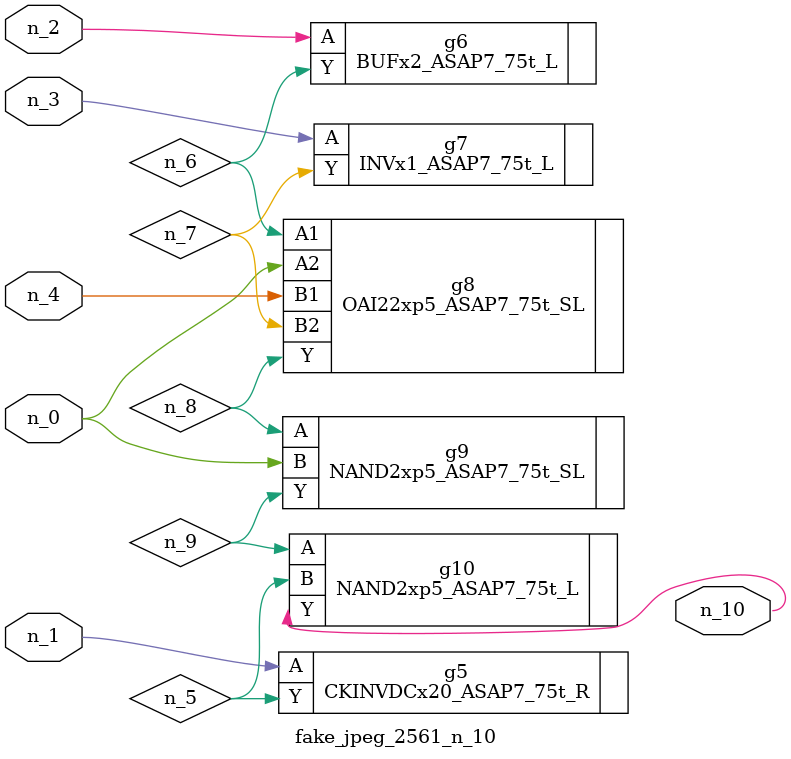
<source format=v>
module fake_jpeg_2561_n_10 (n_3, n_2, n_1, n_0, n_4, n_10);

input n_3;
input n_2;
input n_1;
input n_0;
input n_4;

output n_10;

wire n_8;
wire n_9;
wire n_6;
wire n_5;
wire n_7;

CKINVDCx20_ASAP7_75t_R g5 ( 
.A(n_1),
.Y(n_5)
);

BUFx2_ASAP7_75t_L g6 ( 
.A(n_2),
.Y(n_6)
);

INVx1_ASAP7_75t_L g7 ( 
.A(n_3),
.Y(n_7)
);

OAI22xp5_ASAP7_75t_SL g8 ( 
.A1(n_6),
.A2(n_0),
.B1(n_4),
.B2(n_7),
.Y(n_8)
);

NAND2xp5_ASAP7_75t_SL g9 ( 
.A(n_8),
.B(n_0),
.Y(n_9)
);

NAND2xp5_ASAP7_75t_L g10 ( 
.A(n_9),
.B(n_5),
.Y(n_10)
);


endmodule
</source>
